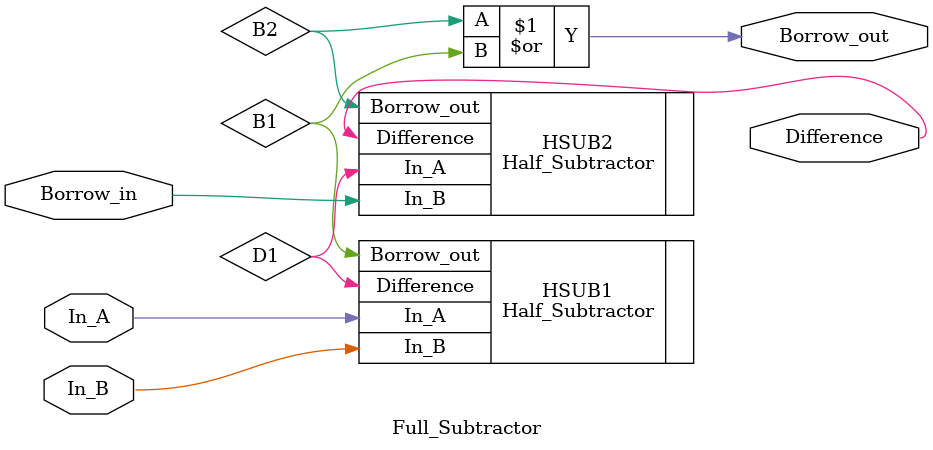
<source format=v>
`timescale 1ns / 1ps

module Full_Subtractor(
    In_A, In_B, Borrow_in, Difference, Borrow_out
    );
    input In_A, In_B, Borrow_in;
    output Difference, Borrow_out;
    wire D1,B1,B2;
    // implement full subtractor circuit, your code starts from here.
    // use half subtractor in this module, fulfill I/O ports connection.
    // hint: submodule module_name (
    //          .I/O_port(wire_name),
    //           ...
    //          .I/O_port(wire_name)
    //           );
    Half_Subtractor HSUB1 (
        .In_A(In_A), 
        .In_B(In_B), 
        .Difference(D1), 
        .Borrow_out(B1)
    );
     Half_Subtractor HSUB2 (
        .In_A(D1), 
        .In_B(Borrow_in), 
        .Difference(Difference), 
        .Borrow_out(B2)
    );
    assign Borrow_out = B2 | B1;
endmodule

</source>
